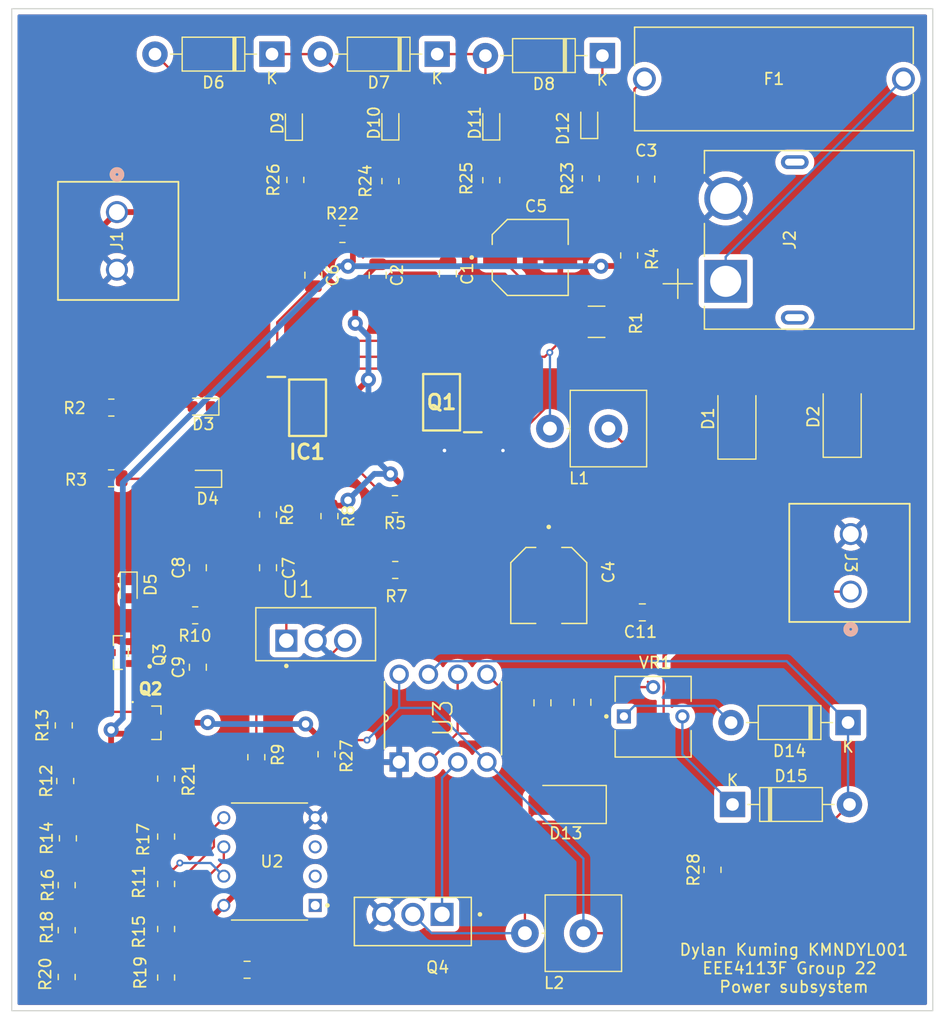
<source format=kicad_pcb>
(kicad_pcb (version 20240108) (generator "pcbnew") (generator_version "8.0")
  (title_block (title "Power Subsystem") (date "2024-05-12") (rev "v1.0") (company "University of Cape Town") (comment 1 "@Author Dylan Kuming"))
  (layers (0 "F.Cu" signal) (31 "B.Cu" signal) (34 "B.Paste" user) (35 "F.Paste" user) (36 "B.SilkS" user "B.Silkscreen") (37 "F.SilkS" user "F.Silkscreen") (38 "B.Mask" user) (39 "F.Mask" user) (44 "Edge.Cuts" user))
  (net 0 "")
  (net 1 "VCC")
  (net 2 "Net-(IC1-VG)")
  (net 3 "GND")
  (net 4 "/5V+")
  (net 5 "Net-(IC1-BAT)")
  (net 6 "Net-(U3-THR)")
  (net 7 "Net-(IC1-CSP)")
  (net 8 "Net-(C7-Pad1)")
  (net 9 "Net-(IC1-COM)")
  (net 10 "Net-(IC1-MPPT)")
  (net 11 "Net-(IC1-DRV)")
  (net 12 "/BOOST+")
  (net 13 "/V_BAT+")
  (net 14 "Net-(U1-INPUT)")
  (net 15 "Net-(U1-OUTPUT)")
  (net 16 "Net-(D3-K)")
  (net 17 "Net-(D4-A)")
  (net 18 "Net-(D4-K)")
  (net 19 "Net-(D5-A)")
  (net 20 "Net-(D10-A)")
  (net 21 "Net-(D11-A)")
  (net 22 "Net-(D9-K)")
  (net 23 "Net-(D10-K)")
  (net 24 "Net-(U2B--)")
  (net 25 "Net-(D11-K)")
  (net 26 "Net-(U2B-+)")
  (net 27 "Net-(D3-A)")
  (net 28 "Net-(D12-A)")
  (net 29 "Net-(Q2-G)")
  (net 30 "Net-(Q3-Pad3)")
  (net 31 "Net-(Q3-Pad1)")
  (net 32 "Net-(D12-K)")
  (net 33 "Net-(R11-Pad1)")
  (net 34 "Net-(R14-Pad2)")
  (net 35 "Net-(R18-Pad2)")
  (net 36 "Net-(J2-+)")
  (net 37 "Net-(D6-A)")
  (net 38 "Net-(D14-A)")
  (net 39 "Net-(D14-K)")
  (net 40 "Net-(D15-K)")
  (net 41 "Net-(U3-CONTROL_VOLTAGE)")
  (net 42 "Net-(U3-RESET)")
  (net 43 "Net-(U3-OUT)")
  (net 44 "Net-(D1-A)")
  (net 45 "Net-(D1-K)")
  (net 46 "Net-(D13-K)")
  (net 47 "Net-(D13-A)")
  (footprint "BSS84:SOT95P240X120-3N" (layer "F.Cu") (at 71.242 109.746 -90)
    (property "Reference" "Q2")
    (property "Value" "BSS84" (hide yes))
  )
  (footprint "Capacitor_SMD:C_0805_2012Metric" (layer "F.Cu") (at 75.097 96.284 90)
    (property "Reference" "C8")
    (property "Value" ".47uF")
  )
  (footprint "2N7002:SOT95P240X111-3N" (layer "F.Cu") (at 68.41 103.65 180)
    (property "Reference" "Q3")
    (property "Value" "2N7002")
  )
  (footprint "Capacitor_SMD:C_0805_2012Metric" (layer "F.Cu") (at 114.046 62.545 90)
    (property "Reference" "C3")
    (property "Value" "4.7u")
  )
  (footprint "Resistor_SMD:R_0805_2012Metric" (layer "F.Cu") (at 67.5805 82.38)
    (property "Reference" "R2")
    (property "Value" "1K")
  )
  (footprint "Resistor_SMD:R_0805_2012Metric" (layer "F.Cu") (at 91.821 62.7145 -90)
    (property "Reference" "R24")
    (property "Value" "47")
  )
  (footprint "Resistor_SMD:R_0805_2012Metric" (layer "F.Cu") (at 87.6535 67.31 180)
    (property "Reference" "R22")
    (property "Value" "0R")
  )
  (footprint "terminal_footprints:CONN_DG128_DEG" (layer "F.Cu") (at 131.8044 98.3596 -90)
    (property "Reference" "J3")
    (property "Value" "5V")
  )
  (footprint "Resistor_SMD:R_0805_2012Metric" (layer "F.Cu") (at 119.801 122.512 90)
    (property "Reference" "R28")
    (property "Value" "1K")
  )
  (footprint "Resistor_SMD:R_0805_2012Metric" (layer "F.Cu") (at 72.342 119.6285 -90)
    (property "Reference" "R17")
    (property "Value" "1k")
  )
  (footprint "3362P-1-503LF:TRIM_3362P-1-503LF" (layer "F.Cu") (at 114.6445 109.19)
    (property "Reference" "VR1")
    (property "Value" "50K POT")
  )
  (footprint "Resistor_SMD:R_0805_2012Metric" (layer "F.Cu") (at 63.706 123.843 90)
    (property "Reference" "R16")
    (property "Value" "10K")
  )
  (footprint "Resistor_SMD:R_0805_2012Metric" (layer "F.Cu") (at 112.562 69.172 -90)
    (property "Reference" "R4")
    (property "Value" "0R")
  )
  (footprint "Resistor_THT:R_Axial_Power_L20.0mm_W6.4mm_P5.08mm_Vertical" (layer "F.Cu") (at 110.76 84.201 180)
    (property "Reference" "L1")
    (property "Value" "82uH")
  )
  (footprint "Resistor_SMD:R_0805_2012Metric" (layer "F.Cu") (at 63.706 127.7565 -90)
    (property "Reference" "R18")
    (property "Value" "10K")
  )
  (footprint "Capacitor_SMD:C_0805_2012Metric" (layer "F.Cu") (at 81.193 96.284 -90)
    (property "Reference" "C7")
    (property "Value" "220n")
  )
  (footprint "Resistor_SMD:R_0805_2012Metric" (layer "F.Cu") (at 100.584 62.6345 -90)
    (property "Reference" "R25")
    (property "Value" "220")
  )
  (footprint "Diode_THT:D_DO-41_SOD81_P10.16mm_Horizontal" (layer "F.Cu") (at 110.236 51.816 180)
    (property "Reference" "D8")
    (property "Value" "1N4007")
  )
  (footprint "this:SOIC127P600X175-8N" (layer "F.Cu") (at 96.266 81.915 180)
    (property "Reference" "Q1")
    (property "Value" "CEM4435A" (hide yes))
  )
  (footprint "UUD1H100MCL1GS:CAPAE660X610N" (layer "F.Cu") (at 105.577 97.822 -90)
    (property "Reference" "C4")
    (property "Value" "10u")
  )
  (footprint "LED_SMD:LED_0603_1608Metric" (layer "F.Cu") (at 109.093 57.531 90)
    (property "Reference" "D12")
    (property "Value" "100% (yellow)")
  )
  (footprint "LM555CN:DIP254P762X533-8" (layer "F.Cu") (at 100.203 105.537 90)
    (property "Reference" "U3")
    (property "Value" "LM555")
  )
  (footprint "Diode_SMD:D_SMA" (layer "F.Cu") (at 131.064 83.185 90)
    (property "Reference" "D2")
    (property "Value" "SS34")
  )
  (footprint "Capacitor_SMD:C_0805_2012Metric" (layer "F.Cu") (at 108.498 107.968 90)
    (property "Reference" "C13" (hide yes))
    (property "Value" "1nF")
  )
  (footprint "THESE:SOP100P600X175-10N" (layer "F.Cu") (at 84.627 82.391)
    (property "Reference" "IC1")
    (property "Value" "CN3791" (hide yes))
  )
  (footprint "IRFZ44NPBF:TO254P1016X419X2286-3" (layer "F.Cu") (at 93.7695 126.38 180)
    (property "Reference" "Q4")
    (property "Value" "IRFZ44NPBF")
  )
  (footprint "terminal_footprints:CONN_DG128_DEG" (layer "F.Cu") (at 68.072 65.405 90)
    (property "Reference" "J1")
    (property "Value" "SOLAR")
  )
  (footprint "Diode_THT:D_DO-41_SOD81_P10.16mm_Horizontal" (layer "F.Cu") (at 95.885 51.689 180)
    (property "Reference" "D7")
    (property "Value" "1N4007")
  )
  (footprint "Resistor_SMD:R_0805_2012Metric" (layer "F.Cu") (at 72.342 123.7395 -90)
    (property "Reference" "R11")
    (property "Value" "200K")
  )
  (footprint "LED_SMD:LED_0603_1608Metric" (layer "F.Cu") (at 75.438 82.296 180)
    (property "Reference" "D3")
    (property "Value" "Charging (red)")
  )
  (footprint "LM358NG:DIP794W45P254L1016H508Q8" (layer "F.Cu") (at 81.3215 121.793 180)
    (property "Reference" "U2")
    (property "Value" "LM358")
  )
  (footprint "Resistor_SMD:R_0805_2012Metric" (layer "F.Cu") (at 86.273 112.479 -90)
    (property "Reference" "R27")
    (property "Value" "0R")
  )
  (footprint "Resistor_THT:R_Axial_Power_L20.0mm_W6.4mm_P5.08mm_Vertical" (layer "F.Cu") (at 108.585 128.016 180)
    (property "Reference" "L2")
    (property "Value" "82uH")
  )
  (footprint "Capacitor_SMD:C_0805_2012Metric" (layer "F.Cu") (at 96.814 70.762 -90)
    (property "Reference" "C1")
    (property "Value" "470n")
  )
  (footprint "L7805CV:TO255P1040X460X1968-3" (layer "F.Cu") (at 82.784 102.616)
    (property "Reference" "U1")
    (property "Value" "L7805")
  )
  (footprint "Diode_SMD:D_SMA" (layer "F.Cu") (at 107.061 116.84 180)
    (property "Reference" "D13")
    (property "Value" "SS34")
  )
  (footprint "Resistor_SMD:R_1210_3225Metric" (layer "F.Cu") (at 109.728 74.93 180)
    (property "Reference" "R1")
    (property "Value" "0.05")
  )
  (footprint "LED_SMD:LED_0603_1608Metric" (layer "F.Cu") (at 83.439 57.6835 90)
    (property "Reference" "D9")
    (property "Value" "25% (red)")
  )
  (footprint "Resistor_SMD:R_0805_2012Metric" (layer "F.Cu") (at 92.242 96.477 180)
    (property "Reference" "R7")
    (property "Value" "3.3K")
  )
  (footprint "Resistor_SMD:R_0805_2012Metric" (layer "F.Cu") (at 63.579 114.8025 90)
    (property "Reference" "R12")
    (property "Value" "100k")
  )
  (footprint "Diode_THT:D_DO-41_SOD81_P10.16mm_Horizontal" (layer "F.Cu") (at 121.539 116.84)
    (property "Reference" "D15")
    (property "Value" "1N5822")
  )
  (footprint "Resistor_SMD:R_0805_2012Metric" (layer "F.Cu") (at 83.566 62.611 -90)
    (property "Reference" "R26")
    (property "Value" "220")
  )
  (footprint "Resistor_SMD:R_0805_2012Metric" (layer "F.Cu") (at 74.8665 100.414 180)
    (property "Reference" "R10")
    (property "Value" "1K")
  )
  (footprint "Resistor_SMD:R_0805_2012Metric" (layer "F.Cu") (at 63.706 131.8205 -90)
    (property "Reference" "R20")
    (property "Value" "1K")
  )
  (footprint "Resistor_SMD:R_0805_2012Metric" (layer "F.Cu") (at 81.193 91.6745 -90)
    (property "Reference" "R6")
    (property "Value" "120")
  )
  (footprint "LED_SMD:LED_0603_1608Metric" (layer "F.Cu") (at 75.6775 88.562 180)
    (property "Reference" "D4")
    (property "Value" "Done Charging (yellow)")
  )
  (footprint "Capacitor_SMD:C_0805_2012Metric" (layer "F.Cu") (at 85.13 70.884 -90)
    (property "Reference" "C6")
    (property "Value" "100n")
  )
  (footprint "Capacitor_SMD:C_0805_2012Metric" (layer "F.Cu") (at 90.718 70.884 -90)
    (property "Reference" "C2")
    (property "Value" "4.7u")
  )
  (footprint "LED_SMD:LED_0603_1608Metric" (layer "F.Cu") (at 69.088 98.1455 -90)
    (property "Reference" "D5")
    (property "Value" "LED_Y")
  )
  (footprint "4628:FUSE_4628" (layer "F.Cu") (at 125.135 53.848 180)
    (property "Reference" "F1")
    (property "Value" "4628 fuse")
  )
  (footprint "Capacitor_SMD:C_0805_2012Metric" (layer "F.Cu") (at 75.097 104.925 90)
    (property "Reference" "C9")
    (property "Value" ".1uF")
  )
  (footprint "Resistor_SMD:R_0805_2012Metric" (layer "F.Cu") (at 72.342 131.8675 -90)
    (property "Reference" "R19")
    (property "Value" "10K")
  )
  (footprint "Capacitor_SMD:C_0805_2012Metric" (layer "F.Cu") (at 113.705 100.16 180)
    (property "Reference" "C11")
    (property "Value" "100nF")
  )
  (footprint "Resistor_SMD:R_0805_2012Metric" (layer "F.Cu") (at 92.2185 90.762 180)
    (property "Reference" "R5")
    (property "Value" "47K")
  )
  (footprint "Resistor_SMD:R_0805_2012Metric" (layer "F.Cu") (at 109.22 62.484 -90)
    (property "Reference" "R23")
    (property "Value" "47")
  )
  (footprint "LED_SMD:LED_0603_1608Metric" (layer "F.Cu") (at 91.821 57.658 90)
    (property "Reference" "D10")
    (property "Value" "50% (red)")
  )
  (footprint "Diode_THT:D_DO-41_SOD81_P10.16mm_Horizontal" (layer "F.Cu") (at 131.572 109.728 180)
    (property "Reference" "D14")
    (property "Value" "1N5822")
  )
  (footprint "Resistor_SMD:R_0805_2012Metric" (layer "F.Cu") (at 72.342 114.5955 -90)
    (property "Reference" "R21")
    (property "Value" "100K")
  )
  (footprint "UUD1H100MCL1GS:CAPAE660X610N" (layer "F.Cu") (at 103.965 69.342)
    (property "Reference" "C5")
    (property "Value" "10u" (hide yes))
  )
  (footprint "Resistor_SMD:R_0805_2012Metric" (layer "F.Cu") (at 63.8095 119.779 -90)
    (property "Reference" "R14")
    (property "Value" "2.2K")
  )
  (footprint "LED_SMD:LED_0603_1608Metric" (layer "F.Cu") (at 100.584 57.658 90)
    (property "Reference" "D11")
    (property "Value" "75% (yellow)")
  )
  (footprint "Resistor_SMD:R_0805_2012Metric" (layer "F.Cu") (at 80.177 112.733 -90)
    (property "Reference" "R9")
    (property "Value" "0R")
  )
  (footprint "Capacitor_SMD:C_0805_2012Metric" (layer "F.Cu") (at 79.375 131.191)
    (property "Reference" "C10" (hide yes))
    (property "Value" "100n")
  )
  (footprint "Resistor_SMD:R_0805_2012Metric" (layer "F.Cu") (at 86.527 91.8015 -90)
    (property "Reference" "R8")
    (property "Value" "0R")
  )
  (footprint "Resistor_SMD:R_0805_2012Metric" (layer "F.Cu") (at 67.564 88.519)
    (property "Reference" "R3")
    (property "Value" "1K")
  )
  (footprint "XT60PW-M:AMASS_XT60PW-M" (layer "F.Cu") (at 126.94675 67.818 -90)
    (property "Reference" "J2")
    (property "Value" "XT60PW-M")
  )
  (footprint "Capacitor_SMD:C_0805_2012Metric" (layer "F.Cu") (at 105.029 108.011 90)
    (property "Reference" "C12" (hide yes))
    (property "Value" "100nF")
  )
  (footprint "Diode_SMD:D_SMA" (layer "F.Cu") (at 121.92 83.344 90)
    (property "Reference" "D1")
    (property "Value" "SS34")
  )
  (footprint "Resistor_SMD:R_0805_2012Metric" (layer "F.Cu") (at 72.342 127.653 90)
    (property "Reference" "R15")
    (property "Value" "10K")
  )
  (footprint "Diode_THT:D_DO-41_SOD81_P10.16mm_Horizontal" (layer "F.Cu") (at 81.534 51.689 180)
    (property "Reference" "D6")
    (property "Value" "1N4007")
  )
  (footprint "Resistor_SMD:R_0805_2012Metric" (layer "F.Cu") (at 63.452 109.9765 90)
    (property "Reference" "R13")
    (property "Value" "1k")
  )
  (gr_rect (start 58.933 47.747) (end 138.933 134.747) (stroke (width 0.1)) (fill none) (layer "Edge.Cuts"))
  (gr_text "Dylan Kuming KMNDYL001\nEEE4113F Group 22 \nPower subsystem" (at 126.873 131.064 0) (layer "F.SilkS") (effects (font (size 1 1))))
  (segment (start 101.132 90.762) (end 101.132 90.464) (width 0.5) (layer "F.Cu") (net 1))
  (segment (start 89.916 79.944) (end 88.469 81.391) (width 0.5) (layer "F.Cu") (net 1))
  (segment (start 91.948 88.011) (end 91.821 88.138) (width 0.5) (layer "F.Cu") (net 1))
  (segment (start 90.84 69.812) (end 90.718 69.934) (width 0.5) (layer "F.Cu") (net 1))
  (segment (start 61.468 77.216) (end 61.468 72.009) (width 0.5) (layer "F.Cu") (net 1))
  (segment (start 90.718 69.934) (end 88.773 71.879) (width 0.5) (layer "F.Cu") (net 1))
  (segment (start 86.527 90.889) (end 87.546 90.889) (width 0.5) (layer "F.Cu") (net 1))
  (segment (start 88.773 71.879) (end 88.773 73.914) (width 0.5) (layer "F.Cu") (net 1))
  (segment (start 87.546 90.889) (end 88.138 90.424) (width 0.5) (layer "F.Cu") (net 1))
  (segment (start 93.131 90.762) (end 101.132 90.762) (width 0.5) (layer "F.Cu") (net 1))
  (segment (start 98.978 82.55) (end 98.978 81.28) (width 0.5) (layer "F.Cu") (net 1))
  (segment (start 101.132 90.464) (end 98.978 88.31) (width 0.5) (layer "F.Cu") (net 1))
  (segment (start 90.718 69.934) (end 91.27 69.934) (width 0.5) (layer "F.Cu") (net 1))
  (segment (start 66.668 82.38) (end 63.238861 78.950861) (width 0.5) (layer "F.Cu") (net 1))
  (segment (start 66.668 82.38) (end 66.668 88.5025) (width 0.5) (layer "F.Cu") (net 1))
  (segment (start 101.132 90.762) (end 105.577 95.207) (width 0.5) (layer "F.Cu") (net 1))
  (segment (start 80.601 65.405) (end 68.072 65.405) (width 0.5) (layer "F.Cu") (net 1))
  (segment (start 93.131 90.762) (end 93.131 89.448) (width 0.5) (layer "F.Cu") (net 1))
  (segment (start 61.468 72.009) (end 68.072 65.405) (width 0.5) (layer "F.Cu") (net 1))
  (segment (start 63.238861 78.950861) (end 63.202861 78.950861) (width 0.5) (layer "F.Cu") (net 1))
  (segment (start 93.131 89.448) (end 91.821 88.138) (width 0.5) (layer "F.Cu") (net 1))
  (segment (start 85.13 69.934) (end 88.773 73.577) (width 0.5) (layer "F.Cu") (net 1))
  (segment (start 88.469 81.391) (end 87.339 81.391) (width 0.5) (layer "F.Cu") (net 1))
  (segment (start 63.202861 78.950861) (end 61.468 77.216) (width 0.5) (layer "F.Cu") (net 1))
  (segment (start 88.773 73.914) (end 88.773 75.057) (width 0.5) (layer "F.Cu") (net 1))
  (segment (start 96.814 69.812) (end 90.84 69.812) (width 0.5) (layer "F.Cu") (net 1))
  (segment (start 85.13 69.934) (end 80.601 65.405) (width 0.5) (layer "F.Cu") (net 1))
  (segment (start 98.978 88.31) (end 98.978 83.82) (width 0.5) (layer "F.Cu") (net 1))
  (segment (start 66.668 88.5025) (end 66.6515 88.519) (width 0.5) (layer "F.Cu") (net 1))
  (segment (start 98.978 83.82) (end 98.978 82.55) (width 0.5) (layer "F.Cu") (net 1))
  (segment (start 88.138 90.424) (end 88.011 90.424) (width 0.5) (layer "F.Cu") (net 1))
  (segment (start 91.27 69.934) (end 91.392 69.812) (width 0.5) (layer "F.Cu") (net 1))
  (segment (start 88.773 73.577) (end 88.773 73.914) (width 0.5) (layer "F.Cu") (net 1))
  (segment (start 66.8185 82.5305) (end 66.668 82.38) (width 0.5) (layer "F.Cu") (net 1))
  (via (at 89.916 79.944) (size 1.3) (drill 0.65) (layers "F.Cu" "B.Cu") (net 1))
  (via (at 88.138 90.424) (size 1.3) (drill 0.65) (layers "F.Cu" "B.Cu") (net 1))
  (via (at 88.773 75.057) (size 1.3) (drill 0.65) (layers "F.Cu" "B.Cu") (net 1))
  (via (at 91.821 88.138) (size 1.3) (drill 0.65) (layers "F.Cu" "B.Cu") (net 1))
  (segment (start 89.916 86.233) (end 91.821 88.138) (width 0.5) (layer "B.Cu") (net 1))
  (segment (start 89.916 79.944) (end 89.916 76.2) (width 0.5) (layer "B.Cu") (net 1))
  (segment (start 89.916 76.2) (end 88.773 75.057) (width 0.5) (layer "B.Cu") (net 1))
  (segment (start 89.916 79.944) (end 89.916 86.233) (width 0.5) (layer "B.Cu") (net 1))
  (segment (start 90.424 88.138) (end 88.138 90.424) (width 0.5) (layer "B.Cu") (net 1))
  (segment (start 91.821 88.138) (end 90.424 88.138) (width 0.5) (layer "B.Cu") (net 1))
  (segment (start 81.995 80.391) (end 81.995 74.969) (width 0.2) (layer "F.Cu") (net 2))
  (segment (start 81.995 74.969) (end 85.13 71.834) (width 0.2) (layer "F.Cu") (net 2))
  (segment (start 85.334 102.616) (end 91.3295 96.6205) (width 0.5) (layer "F.Cu") (net 3))
  (segment (start 91.3295 96.6205) (end 91.3295 96.477) (width 0.5) (layer "F.Cu") (net 3))
  (segment (start 72.342 128.5655) (end 74.389 128.5655) (width 0.5) (layer "F.Cu") (net 4))
  (segment (start 78.425 131.191) (end 75.7995 128.5655) (width 0.5) (layer "F.Cu") (net 4))
  (segment (start 80.177 113.6455) (end 80.177 122.7775) (width 0.5) (layer "F.Cu") (net 4))
  (segment (start 74.389 128.5655) (end 77.3515 125.603) (width 0.5) (layer "F.Cu") (net 4))
  (segment (start 75.7995 128.5655) (end 74.389 128.5655) (width 0.5) (layer "F.Cu") (net 4))
  (segment (start 80.177 122.7775) (end 77.3515 125.603) (width 0.5) (layer "F.Cu") (net 4))
  (segment (start 113.562 73.121) (end 111.753 74.93) (width 0.2) (layer "F.Cu") (net 5))
  (segment (start 85.198 78.251) (end 85.198 82.419) (width 0.2) (layer "F.Cu") (net 5))
  (segment (start 113.0035 67.818) (end 112.562 68.2595) (width 0.2) (layer "F.Cu") (net 5))
  (segment (start 113.562 69.2595) (end 113.562 73.121) (width 0.2) (layer "F.Cu") (net 5))
  (segment (start 86.17 83.391) (end 87.339 83.391) (width 0.2) (layer "F.Cu") (net 5))
  (segment (start 101.35 69.342) (end 102.997 70.989) (width 0.2) (layer "F.Cu") (net 5))
  (segment (start 112.562 68.2595) (end 113.562 69.2595) (width 0.2) (layer "F.Cu") (net 5))
  (segment (start 113.021 62.47) (end 113.021 54.712) (width 0.2) (layer "F.Cu") (net 5))
  (segment (start 114.046 63.495) (end 113.021 62.47) (width 0.2) (layer "F.Cu") (net 5))
  (segment (start 102.46 68.232) (end 101.35 69.342) (width 0.2) (layer "F.Cu") (net 5))
  (segment (start 85.198 82.419) (end 86.17 83.391) (width 0.2) (layer "F.Cu") (net 5))
  (segment (start 102.997 70.989) (end 102.997 75.819) (width 0.2) (layer "F.Cu") (net 5))
  (segment (start 102.235 76.581) (end 86.868 76.581) (width 0.2) (layer "F.Cu") (net 5))
  (segment (start 112.562 64.979) (end 114.046 63.495) (width 0.2) (layer "F.Cu") (net 5))
  (segment (start 111.753 74.93) (end 111.1905 74.93) (width 0.2) (layer "F.Cu") (net 5))
  (segment (start 86.868 76.581) (end 85.198 78.251) (width 0.2) (layer "F.Cu") (net 5))
  (segment (start 102.997 75.819) (end 102.235 76.581) (width 0.2) (layer "F.Cu") (net 5))
  (segment (start 113.021 54.712) (end 113.885 53.848) (width 0.2) (layer "F.Cu") (net 5))
  (segment (start 112.5345 68.232) (end 102.46 68.232) (width 0.2) (layer "F.Cu") (net 5))
  (segment (start 112.562 68.2595) (end 112.5345 68.232) (width 0.2) (layer "F.Cu") (net 5))
  (segment (start 112.562 68.2595) (end 112.562 64.979) (width 0.2) (layer "F.Cu") (net 5))
  (segment (start 106.7355 110.6805) (end 97.5995 110.6805) (width 0.2) (layer "F.Cu") (net 6))
  (segment (start 110.766 106.65) (end 114.6445 106.65) (width 0.2) (layer "F.Cu") (net 6))
  (segment (start 97.663 105.537) (end 97.663 110.617) (width 0.2) (layer "F.Cu") (net 6))
  (segment (start 108.498 108.918) (end 106.7355 110.6805) (width 0.2) (layer "F.Cu") (net 6))
  (segment (start 97.663 110.617) (end 97.5995 110.6805) (width 0.2) (layer "F.Cu") (net 6))
  (segment (start 108.498 108.918) (end 110.766 106.65) (width 0.2) (layer "F.Cu") (net 6))
  (segment (start 114.1845 106.19) (end 114.6445 106.65) (width 0.2) (layer "F.Cu") (net 6))
  (segment (start 97.5995 110.6805) (end 95.123 113.157) (width 0.2) (layer "F.Cu") (net 6))
  (segment (start 105.2271 77.9684) (end 100.203 77.9684) (width 0.2) (layer "F.Cu") (net 7))
  (segment (start 87.82 82.391) (end 86.995 82.391) (width 0.2) (layer "F.Cu") (net 7))
  (segment (start 86.22 82.391) (end 87.339 82.391) (width 0.2) (layer "F.Cu") (net 7))
  (segment (start 85.598 81.769) (end 86.22 82.391) (width 0.2) (layer "F.Cu") (net 7))
  (segment (start 108.2655 74.93) (end 105.2271 77.9684) (width 0.2) (layer "F.Cu") (net 7))
  (segment (start 100.203 77.9684) (end 87.5926 77.9684) (width 0.2) (layer "F.Cu") (net 7))
  (segment (start 85.598 79.963) (end 85.598 81.769) (width 0.2) (layer "F.Cu") (net 7))
  (segment (start 87.5926 77.9684) (end 85.598 79.963) (width 0.2) (layer "F.Cu") (net 7))
  (via (at 105.664 77.597) (size 0.6) (drill 0.3) (layers "F.Cu" "B.Cu") (net 7))
  (segment (start 105.68 77.613) (end 105.664 77.597) (width 0.2) (layer "B.Cu") (net 7))
  (segment (start 105.68 84.201) (end 105.68 77.613) (width 0.2) (layer "B.Cu") (net 7))
  (segment (start 81.193 95.334) (end 81.193 92.587) (width 0.2) (layer "F.Cu") (net 8))
  (segment (start 81.915 90.04) (end 81.193 90.762) (width 0.2) (layer "F.Cu") (net 9))
  (segment (start 81.915 84.391) (end 81.915 90.04) (width 0.2) (layer "F.Cu") (net 9))
  (segment (start 91.306 90.762) (end 91.306 94.6285) (width 0.2) (layer "F.Cu") (net 10))
  (segment (start 91.306 94.6285) (end 93.1545 96.477) (width 0.2) (layer "F.Cu") (net 10))
  (segment (start 91.306 90.074) (end 87.339 86.107) (width 0.2) (layer "F.Cu") (net 10))
  (segment (start 91.306 90.762) (end 91.306 90.074) (width 0.2) (layer "F.Cu") (net 10))
  (segment (start 87.339 86.107) (end 87.339 84.391) (width 0.2) (layer "F.Cu") (net 10))
  (segment (start 97.962 78.994) (end 88.392 78.994) (width 0.2) (layer "F.Cu") (net 11))
  (segment (start 98.978 80.01) (end 97.962 78.994) (width 0.2) (layer "F.Cu") (net 11))
  (segment (start 87.339 80.047) (end 87.339 80.391) (width 0.2) (layer "F.Cu") (net 11))
  (segment (start 88.392 78.994) (end 87.339 80.047) (width 0.2) (layer "F.Cu") (net 11))
  (segment (start 72.342 109.746) (end 75.928 109.746) (width 0.5) (layer "F.Cu") (net 12))
  (segment (start 86.273 111.5665) (end 86.1665 111.5665) (width 0.5) (layer "F.Cu") (net 12))
  (segment (start 86.1665 111.5665) (end 84.455 109.855) (width 0.5) (layer "F.Cu") (net 12))
  (segment (start 75.928 109.746) (end 75.946 109.728) (width 0.5) (layer "F.Cu") (net 12))
  (via (at 75.946 109.728) (size 1.3) (drill 0.65) (layers "F.Cu" "B.Cu") (net 12))
  (via (at 84.455 109.855) (size 1.3) (drill 0.65) (layers "F.Cu" "B.Cu") (net 12))
  (segment (start 76.073 109.855) (end 75.946 109.728) (width 0.5) (layer "B.Cu") (net 12))
  (segment (start 84.455 109.855) (end 76.073 109.855) (width 0.5) (layer "B.Cu") (net 12))
  (segment (start 67.897 110.696) (end 67.564 110.363) (width 0.5) (layer "F.Cu") (net 13))
  (segment (start 110.0895 70.0845) (end 112.562 70.0845) (width 0.5) (layer "F.Cu") (net 13))
  (segment (start 67.564 111.73) (end 67.564 110.363) (width 0.5) (layer "F.Cu") (net 13))
  (segment (start 63.579 118.636) (end 63.8095 118.8665) (width 0.5) (layer "F.Cu") (net 13))
  (segment (start 70.142 110.696) (end 67.897 110.696) (width 0.5) (layer "F.Cu") (net 13))
  (segment (start 88.138 70.104) (end 88.566 69.676) (width 0.5) (layer "F.Cu") (net 13))
  (segment (start 63.579 115.715) (end 67.564 111.73) (width 0.5) (layer "F.Cu") (net 13))
  (segment (start 88.566 69.676) (end 88.566 67.31) (width 0.5) (layer "F.Cu") (net 13))
  (segment (start 110.109 70.104) (end 110.2165 70.2115) (width 0.5) (layer "F.Cu") (net 13))
  (segment (start 63.579 115.715) (end 63.579 118.636) (width 0.5) (layer "F.Cu") (net 13))
  (via (at 67.564 110.363) (size 1.3) (drill 0.65) (layers "F.Cu" "B.Cu") (net 13))
  (via (at 110.109 70.104) (size 1.3) (drill 0.65) (layers "F.Cu" "B.Cu") (net 13))
  (via (at 88.138 70.104) (size 1.3) (drill 0.65) (layers "F.Cu" "B.Cu") (net 13))
  (segment (start 68.58 109.347) (end 68.58 88.9) (width 0.5) (layer "B.Cu") (net 13))
  (segment (start 68.58 88.9) (end 87.376 70.104) (width 0.5) (layer "B.Cu") (net 13))
  (segment (start 88.138 70.104) (end 110.109 70.104) (width 0.5) (layer "B.Cu") (net 13))
  (segment (start 87.376 70.104) (end 88.138 70.104) (width 0.5) (layer "B.Cu") (net 13))
  (segment (start 67.564 110.363) (end 68.58 109.347) (width 0.5) (layer "B.Cu") (net 13))
  (segment (start 86.527 95.26425) (end 86.527 92.714) (width 0.2) (layer "F.Cu") (net 14))
  (segment (start 82.784 99.00725) (end 82.784 102.616) (width 0.2) (layer "F.Cu") (net 14))
  (segment (start 82.784 99.00725) (end 78.06 99.00725) (width 0.2) (layer "F.Cu") (net 14))
  (segment (start 76.28675 97.234) (end 75.097 97.234) (width 0.2) (layer "F.Cu") (net 14))
  (segment (start 78.06 99.00725) (end 76.28675 97.234) (width 0.2) (layer "F.Cu") (net 14))
  (segment (start 86.527 95.26425) (end 82.784 99.00725) (width 0.2) (layer "F.Cu") (net 14))
  (segment (start 80.177 106.593) (end 78.74 105.156) (width 0.2) (layer "F.Cu") (net 15))
  (segment (start 76.122 100.757) (end 76.122 104.85) (width 0.2) (layer "F.Cu") (net 15))
  (segment (start 78.74 105.156) (end 76.428 105.156) (width 0.2) (layer "F.Cu") (net 15))
  (segment (start 75.15125 105.92925) (end 75.097 105.875) (width 0.2) (layer "F.Cu") (net 15))
  (segment (start 76.428 105.156) (end 76.122 104.85) (width 0.2) (layer "F.Cu") (net 15))
  (segment (start 76.122 104.85) (end 75.097 105.875) (width 0.2) (layer "F.Cu") (net 15))
  (segment (start 75.779 100.414) (end 76.122 100.757) (width 0.2) (layer "F.Cu") (net 15))
  (segment (start 87.884 102.616) (end 85.344 105.156) (width 0.2) (layer "F.Cu") (net 15))
  (segment (start 80.177 111.8205) (end 80.422 111.5755) (width 0.2) (layer "F.Cu") (net 15))
  (segment (start 80.177 111.8205) (end 80.177 106.593) (width 0.2) (layer "F.Cu") (net 15))
  (segment (start 85.344 105.156) (end 78.74 105.156) (width 0.2) (layer "F.Cu") (net 15))
  (segment (start 81.82 82.296) (end 81.915 82.391) (width 0.2) (layer "F.Cu") (net 16))
  (segment (start 76.2255 82.296) (end 81.82 82.296) (width 0.2) (layer "F.Cu") (net 16))
  (segment (start 81.9 82.296) (end 81.995 82.391) (width 0.2) (layer "F.Cu") (net 16))
  (segment (start 74.89 88.562) (end 68.5195 88.562) (width 0.2) (layer "F.Cu") (net 17))
  (segment (start 68.5195 88.562) (end 68.4765 88.519) (width 0.2) (layer "F.Cu") (net 17))
  (segment (start 76.465 85.285) (end 78.359 83.391) (width 0.2) (layer "F.Cu") (net 18))
  (segment (start 78.359 83.391) (end 81.915 83.391) (width 0.2) (layer "F.Cu") (net 18))
  (segment (start 76.465 85.285) (end 76.465 88.562) (width 0.2) (layer "F.Cu") (net 18))
  (segment (start 72.473 98.933) (end 73.954 100.414) (width 0.2) (layer "F.Cu") (net 19))
  (segment (start 69.088 98.933) (end 72.473 98.933) (width 0.2) (layer "F.Cu") (net 19))
  (segment (start 85.725 51.689) (end 90.9065 56.8705) (width 0.2) (layer "F.Cu") (net 20))
  (segment (start 90.9065 56.8705) (end 91.821 56.8705) (width 0.2) (layer "F.Cu") (net 20))
  (segment (start 81.534 51.689) (end 85.725 51.689) (width 0.2) (layer "F.Cu") (net 20))
  (segment (start 91.656 56.7055) (end 91.821 56.8705) (width 0.2) (layer "F.Cu") (net 20))
  (segment (start 95.885 51.689) (end 99.949 51.689) (width 0.2) (layer "F.Cu") (net 21))
  (segment (start 100.076 51.816) (end 100.076 56.3625) (width 0.2) (layer "F.Cu") (net 21))
  (segment (start 100.076 56.3625) (end 100.584 56.8705) (width 0.2) (layer "F.Cu") (net 21))
  (segment (start 99.949 51.689) (end 100.076 51.816) (width 0.2) (layer "F.Cu") (net 21))
  (segment (start 83.439 58.471) (end 83.439 61.5715) (width 0.2) (layer "F.Cu") (net 22))
  (segment (start 83.439 61.5715) (end 83.566 61.6985) (width 0.2) (layer "F.Cu") (net 22))
  (segment (start 91.821 58.4455) (end 91.821 61.802) (width 0.2) (layer "F.Cu") (net 23))
  (segment (start 72.342 126.7405) (end 71.342 127.7405) (width 0.2) (layer "F.Cu") (net 24))
  (segment (start 72.342 126.7405) (end 77.3515 121.731) (width 0.2) (layer "F.Cu") (net 24))
  (segment (start 77.3515 121.731) (end 77.3515 120.523) (width 0.2) (layer "F.Cu") (net 24))
  (segment (start 71.342 129.955) (end 72.342 130.955) (width 0.2) (layer "F.Cu") (net 24))
  (segment (start 71.342 127.7405) (end 71.342 129.955) (width 0.2) (layer "F.Cu") (net 24))
  (segment (start 100.584 58.4455) (end 100.584 61.722) (width 0.2) (layer "F.Cu") (net 25))
  (segment (start 72.2385 124.7555) (end 72.342 124.652) (width 0.2) (layer "F.Cu") (net 26))
  (segment (start 76.4865 120.5075) (end 76.4865 118.848) (width 0.2) (layer "F.Cu") (net 26))
  (segment (start 72.342 124.652) (end 76.4865 120.5075) (width 0.2) (layer "F.Cu") (net 26))
  (segment (start 76.4865 118.848) (end 77.3515 117.983) (width 0.2) (layer "F.Cu") (net 26))
  (segment (start 63.706 124.7555) (end 72.2385 124.7555) (width 0.2) (layer "F.Cu") (net 26))
  (segment (start 68.577 82.296) (end 68.493 82.38) (width 0.2) (layer "F.Cu") (net 27))
  (segment (start 74.6505 82.296) (end 68.577 82.296) (width 0.2) (layer "F.Cu") (net 27))
  (segment (start 110.236 55.6005) (end 109.093 56.7435) (width 0.2) (layer "F.Cu") (net 28))
  (segment (start 110.236 51.816) (end 110.236 55.6005) (width 0.2) (layer "F.Cu") (net 28))
  (segment (start 108.9925 56.8715) (end 109.093 56.972) (width 0.2) (layer "F.Cu") (net 28))
  (segment (start 70.142 108.796) (end 65.545 108.796) (width 0.2) (layer "F.Cu") (net 29))
  (segment (start 65.545 108.796) (end 63.452 110.889) (width 0.2) (layer "F.Cu") (net 29))
  (segment (start 63.452 113.763) (end 63.579 113.89) (width 0.2) (layer "F.Cu") (net 29))
  (segment (start 63.452 110.889) (end 63.452 113.763) (width 0.2) (layer "F.Cu") (net 29))
  (segment (start 63.452 107.548) (end 63.452 109.064) (width 0.2) (layer "F.Cu") (net 30))
  (segment (start 67.35 103.65) (end 63.452 107.548) (width 0.2) (layer "F.Cu") (net 30))
  (segment (start 71.342 106.472) (end 71.342 114.508) (width 0.2) (layer "F.Cu") (net 31))
  (segment (start 72.342 118.716) (end 72.342 115.508) (width 0.2) (layer "F.Cu") (net 31))
  (segment (start 71.342 114.508) (end 72.342 115.508) (width 0.2) (layer "F.Cu") (net 31))
  (segment (start 69.47 104.6) (end 71.342 106.472) (width 0.2) (layer "F.Cu") (net 31))
  (segment (start 109.22 61.5715) (end 109.22 58.674) (width 0.2) (layer "F.Cu") (net 32))
  (segment (start 109.22 58.674) (end 109.093 58.547) (width 0.2) (layer "F.Cu") (net 32))
  (segment (start 72.626 122.827) (end 73.533 121.92) (width 0.2) (layer "F.Cu") (net 33))
  (segment (start 72.342 122.827) (end 72.626 122.827) (width 0.2) (layer "F.Cu") (net 33))
  (segment (start 72.342 122.827) (end 72.342 120.541) (width 0.2) (layer "F.Cu") (net 33))
  (via (at 73.533 121.92) (size 0.6) (drill 0.3) (layers "F.Cu" "B.Cu") (net 33))
  (segment (start 76.2085 121.92) (end 77.3515 123.063) (width 0.2) (layer "B.Cu") (net 33))
  (segment (start 73.533 121.92) (end 76.2085 121.92) (width 0.2) (layer "B.Cu") (net 33))
  (segment (start 62.706 125.844) (end 62.706 123.9305) (width 0.2) (layer "F.Cu") (net 34))
  (segment (start 62.706 123.9305) (end 63.706 122.9305) (width 0.2) (layer "F.Cu") (net 34))
  (segment (start 63.8095 120.6915) (end 63.8095 122.827) (width 0.2) (layer "F.Cu") (net 34))
  (segment (start 63.706 126.844) (end 62.706 125.844) (width 0.2) (layer "F.Cu") (net 34))
  (segment (start 63.8095 122.827) (end 63.706 122.9305) (width 0.2) (layer "F.Cu") (net 34))
  (segment (start 63.706 128.669) (end 63.706 130.908) (width 0.2) (layer "F.Cu") (net 35))
  (segment (start 120.94675 69.28625) (end 136.385 53.848) (width 0.2) (layer "B.Cu") (net 36))
  (segment (start 120.94675 71.418) (end 120.94675 69.28625) (width 0.2) (layer "B.Cu") (net 36))
  (segment (start 83.439 56.896) (end 76.581 56.896) (width 0.2) (layer "F.Cu") (net 37))
  (segment (start 83.439 56.896) (end 83.947 56.896) (width 0.2) (layer "F.Cu") (net 37))
  (segment (start 76.581 56.896) (end 71.374 51.689) (width 0.2) (layer "F.Cu") (net 37))
  (segment (start 85.855256 67.31) (end 82.566 64.020744) (width 0.2) (layer "F.Cu") (net 37))
  (segment (start 82.566 57.769) (end 83.439 56.896) (width 0.2) (layer "F.Cu") (net 37))
  (segment (start 82.566 64.020744) (end 82.566 57.769) (width 0.2) (layer "F.Cu") (net 37))
  (segment (start 86.741 67.31) (end 85.855256 67.31) (width 0.2) (layer "F.Cu") (net 37))
  (segment (start 119.963 108.279) (end 113.0155 108.279) (width 0.2) (layer "B.Cu") (net 38))
  (segment (start 113.0155 108.279) (end 112.1045 109.19) (width 0.2) (layer "B.Cu") (net 38))
  (segment (start 121.412 109.728) (end 119.963 108.279) (width 0.2) (layer "B.Cu") (net 38))
  (segment (start 126.9395 121.5995) (end 131.699 116.84) (width 0.2) (layer "F.Cu") (net 39))
  (segment (start 119.801 121.5995) (end 126.9395 121.5995) (width 0.2) (layer "F.Cu") (net 39))
  (segment (start 131.572 116.713) (end 131.699 116.84) (width 0.2) (layer "B.Cu") (net 39))
  (segment (start 126.2428 104.3988) (end 96.2612 104.3988) (width 0.2) (layer "B.Cu") (net 39))
  (segment (start 131.572 109.728) (end 131.572 116.713) (width 0.2) (layer "B.Cu") (net 39))
  (segment (start 126.2428 104.3988) (end 131.572 109.728) (width 0.2) (layer "B.Cu") (net 39))
  (segment (start 95.123 105.537) (end 96.2612 104.3988) (width 0.2) (layer "B.Cu") (net 39))
  (segment (start 117.1845 109.19) (end 117.1845 112.4855) (width 0.2) (layer "B.Cu") (net 40))
  (segment (start 117.1845 112.4855) (end 121.539 116.84) (width 0.2) (layer "B.Cu") (net 40))
  (segment (start 105.029 108.961) (end 103.627 108.961) (width 0.2) (layer "F.Cu") (net 41))
  (segment (start 103.627 108.961) (end 100.203 105.537) (width 0.2) (layer "F.Cu") (net 41))
  (segment (start 88.27525 111.38925) (end 88.4125 111.252) (width 0.2) (layer "F.Cu") (net 42))
  (segment (start 88.27525 111.38925) (end 86.273 113.3915) (width 0.2) (layer "F.Cu") (net 42))
  (segment (start 100.33 112.6998) (end 100.33 112.395) (width 0.2) (layer "F.Cu") (net 42))
  (segment (start 88.4125 111.252) (end 89.789 111.252) (width 0.2) (layer "F.Cu") (net 42))
  (segment (start 115.2095 128.016) (end 119.801 123.4245) (width 0.2) (layer "F.Cu") (net 42))
  (segment (start 108.585 128.016) (end 115.2095 128.016) (width 0.2) (layer "F.Cu") (net 42))
  (via (at 89.789 111.252) (size 0.6) (drill 0.3) (layers "F.Cu" "B.Cu") (net 42))
  (segment (start 95.504 108.458) (end 92.583 108.458) (width 0.2) (layer "B.Cu") (net 42))
  (segment (start 108.585 121.539) (end 100.203 113.157) (width 0.2) (layer "B.Cu") (net 42))
  (segment (start 108.585 128.016) (end 108.585 121.539) (width 0.2) (layer "B.Cu") (net 42))
  (segment (start 92.583 108.458) (end 89.789 111.252) (width 0.2) (layer "B.Cu") (net 42))
  (segment (start 100.203 113.157) (end 95.504 108.458) (width 0.2) (layer "B.Cu") (net 42))
  (segment (start 92.583 105.537) (end 92.583 108.458) (width 0.2) (layer "B.Cu") (net 42))
  (segment (start 96.3095 114.5105) (end 97.663 113.157) (width 0.2) (layer "B.Cu") (net 43))
  (segment (start 96.3095 126.38) (end 96.3095 114.5105) (width 0.2) (layer "B.Cu") (net 43))
  (segment (start 95.84 86.106) (end 96.52 86.106) (width 0.2) (layer "F.Cu") (net 44))
  (segment (start 93.554 82.55) (end 93.554 81.28) (width 0.2) (layer "F.Cu") (net 44))
  (segment (start 117.602 81.344) (end 106.362 81.344) (width 0.2) (layer "F.Cu") (net 44))
  (segment (start 93.554 81.28) (end 93.554 80.01) (width 0.2) (layer "F.Cu") (net 44))
  (segment (start 121.92 81.344) (end 117.602 81.344) (width 0.2) (layer "F.Cu") (net 44))
  (segment (start 117.602 81.344) (end 117.539 81.344) (width 0.2) (layer "F.Cu") (net 44))
  (segment (start 96.52 86.106) (end 96.393 86.106) (width 0.2) (layer "F.Cu") (net 44))
  (segment (start 93.554 83.82) (end 95.84 86.106) (width 0.2) (layer "F.Cu") (net 44))
  (segment (start 93.554 83.82) (end 93.554 82.55) (width 0.2) (layer "F.Cu") (net 44))
  (segment (start 106.362 81.344) (end 101.6 86.106) (width 0.2) (layer "F.Cu") (net 44))
  (via (at 101.6 86.106) (size 0.6) (drill 0.3) (layers "F.Cu" "B.Cu") (net 44))
  (via (at 96.52 86.106) (size 0.6) (drill 0.3) (layers "F.Cu" "B.Cu") (net 44))
  (via (at 96.52 86.106) (size 0.6) (drill 0.3) (layers "F.Cu" "B.Cu") (net 44))
  (segment (start 96.52 86.106) (end 101.6 86.106) (width 0.2) (layer "B.Cu") (net 44))
  (segment (start 111.903 85.344) (end 110.76 84.201) (width 0.2) (layer "F.Cu") (net 45))
  (segment (start 121.92 85.344) (end 122.428 85.344) (width 0.2) (layer "F.Cu") (net 45))
  (segment (start 122.587 85.185) (end 131.064 85.185) (width 0.2) (layer "F.Cu") (net 45))
  (segment (start 122.428 85.344) (end 122.587 85.185) (width 0.2) (layer "F.Cu") (net 45))
  (segment (start 121.92 85.344) (end 111.903 85.344) (width 0.2) (layer "F.Cu") (net 45))
  (segment (start 115.5555 104.013) (end 115.5555 101.0605) (width 0.2) (layer "F.Cu") (net 46))
  (segment (start 115.5555 104.013) (end 121.2089 98.3596) (width 0.2) (layer "F.Cu") (net 46))
  (segment (start 115.5555 101.0605) (end 114.655 100.16) (width 0.2) (layer "F.Cu") (net 46))
  (segment (start 110.077 116.84) (end 115.5555 111.3615) (width 0.2) (layer "F.Cu") (net 46))
  (segment (start 121.2089 98.3596) (end 131.8044 98.3596) (width 0.2) (layer "F.Cu") (net 46))
  (segment (start 109.061 116.84) (end 110.077 116.84) (width 0.2) (layer "F.Cu") (net 46))
  (segment (start 115.5555 111.3615) (end 115.5555 104.013) (width 0.2) (layer "F.Cu") (net 46))
  (segment (start 103.505 128.016) (end 103.505 118.396) (width 0.2) (layer "F.Cu") (net 47))
  (segment (start 103.505 118.396) (end 105.061 116.84) (width 0.2) (layer "F.Cu") (net 47))
  (segment (start 95.4055 128.016) (end 103.505 128.016) (width 0.2) (layer "B.Cu") (net 47))
  (segment (start 93.7695 126.38) (end 95.4055 128.016) (width 0.2) (layer "B.Cu") (net 47))
  (zone (net 3) (net_name "GND") (layers "F&B.Cu") (connect_pads (clearance 0.5)) (min_thickness 0.25) (fill yes (thermal_gap 0.5) (thermal_bridge_width 0.5))
    (polygon (pts (xy 140.081 135.509) (xy 139.446 46.99) (xy 58.166 46.99) (xy 57.912 135.89) (xy 140.081 135.382)))
  )
)
</source>
